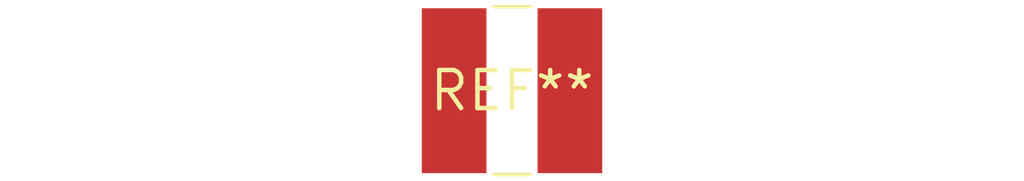
<source format=kicad_pcb>
(kicad_pcb (version 20240108) (generator pcbnew)
  (layers (0 "F.Cu" signal) (31 "B.Cu" signal) (34 "B.Paste" user) (35 "F.Paste" user) (36 "B.SilkS" user "B.Silkscreen") (37 "F.SilkS" user "F.Silkscreen") (38 "B.Mask" user) (39 "F.Mask" user) (44 "Edge.Cuts" user))
  (net 0 "")
  (footprint "L_TracoPower_TCK-047_5.2x5.8mm" (layer "F.Cu") (at 0 0)
    (property "Reference" "REF**")
    (property "Value" "L_TracoPower_TCK-047_5.2x5.8mm")
    (fp_line (start -0.6 2.8) (end 0.6 2.8) (layer "F.SilkS") (stroke (width 0.12)))
    (fp_line (start 0.6 -2.8) (end -0.6 -2.8) (layer "F.SilkS") (stroke (width 0.12)))
    (pad "1" smd rect (at -1.925 0 90) (size 5.5 2.15) (layers "F.Cu" "F.Paste" "F.Mask"))
    (pad "2" smd rect (at 1.925 0 90) (size 5.5 2.15) (layers "F.Cu" "F.Paste" "F.Mask"))
  )
)
</source>
